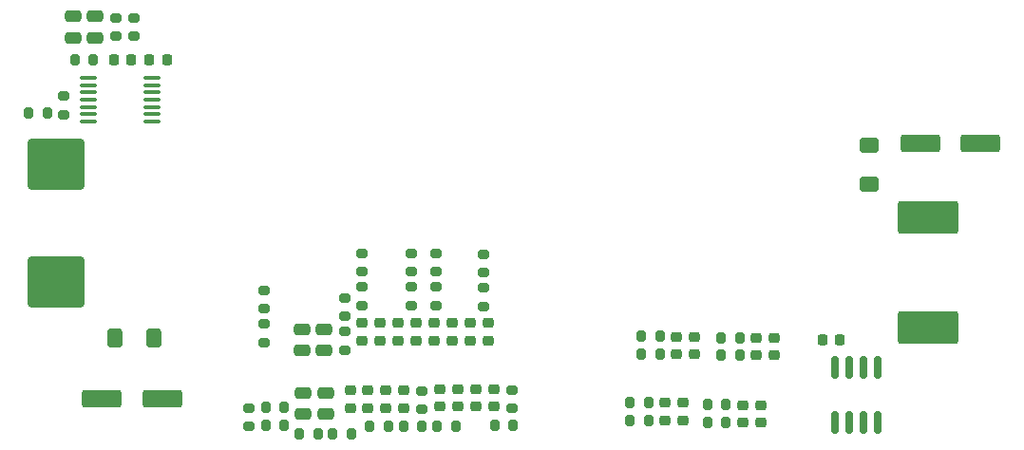
<source format=gbp>
G04 #@! TF.GenerationSoftware,KiCad,Pcbnew,7.0.9-69-ge1c0bddff3*
G04 #@! TF.CreationDate,2024-02-19T13:42:33+01:00*
G04 #@! TF.ProjectId,ASP_Backplane,4153505f-4261-4636-9b70-6c616e652e6b,B*
G04 #@! TF.SameCoordinates,Original*
G04 #@! TF.FileFunction,Paste,Bot*
G04 #@! TF.FilePolarity,Positive*
%FSLAX46Y46*%
G04 Gerber Fmt 4.6, Leading zero omitted, Abs format (unit mm)*
G04 Created by KiCad (PCBNEW 7.0.9-69-ge1c0bddff3) date 2024-02-19 13:42:33*
%MOMM*%
%LPD*%
G01*
G04 APERTURE LIST*
G04 Aperture macros list*
%AMRoundRect*
0 Rectangle with rounded corners*
0 $1 Rounding radius*
0 $2 $3 $4 $5 $6 $7 $8 $9 X,Y pos of 4 corners*
0 Add a 4 corners polygon primitive as box body*
4,1,4,$2,$3,$4,$5,$6,$7,$8,$9,$2,$3,0*
0 Add four circle primitives for the rounded corners*
1,1,$1+$1,$2,$3*
1,1,$1+$1,$4,$5*
1,1,$1+$1,$6,$7*
1,1,$1+$1,$8,$9*
0 Add four rect primitives between the rounded corners*
20,1,$1+$1,$2,$3,$4,$5,0*
20,1,$1+$1,$4,$5,$6,$7,0*
20,1,$1+$1,$6,$7,$8,$9,0*
20,1,$1+$1,$8,$9,$2,$3,0*%
G04 Aperture macros list end*
%ADD10RoundRect,0.250000X-0.475000X0.250000X-0.475000X-0.250000X0.475000X-0.250000X0.475000X0.250000X0*%
%ADD11RoundRect,0.250000X-1.500000X-0.550000X1.500000X-0.550000X1.500000X0.550000X-1.500000X0.550000X0*%
%ADD12RoundRect,0.225000X0.225000X0.250000X-0.225000X0.250000X-0.225000X-0.250000X0.225000X-0.250000X0*%
%ADD13RoundRect,0.150000X-0.150000X0.825000X-0.150000X-0.825000X0.150000X-0.825000X0.150000X0.825000X0*%
%ADD14RoundRect,0.200000X-0.200000X-0.275000X0.200000X-0.275000X0.200000X0.275000X-0.200000X0.275000X0*%
%ADD15RoundRect,0.225000X0.250000X-0.225000X0.250000X0.225000X-0.250000X0.225000X-0.250000X-0.225000X0*%
%ADD16RoundRect,0.200000X-0.275000X0.200000X-0.275000X-0.200000X0.275000X-0.200000X0.275000X0.200000X0*%
%ADD17RoundRect,0.225000X-0.250000X0.225000X-0.250000X-0.225000X0.250000X-0.225000X0.250000X0.225000X0*%
%ADD18RoundRect,0.250000X-0.400000X-0.600000X0.400000X-0.600000X0.400000X0.600000X-0.400000X0.600000X0*%
%ADD19RoundRect,0.200000X0.275000X-0.200000X0.275000X0.200000X-0.275000X0.200000X-0.275000X-0.200000X0*%
%ADD20RoundRect,0.200000X0.200000X0.275000X-0.200000X0.275000X-0.200000X-0.275000X0.200000X-0.275000X0*%
%ADD21RoundRect,0.250000X0.475000X-0.250000X0.475000X0.250000X-0.475000X0.250000X-0.475000X-0.250000X0*%
%ADD22RoundRect,0.100000X0.637500X0.100000X-0.637500X0.100000X-0.637500X-0.100000X0.637500X-0.100000X0*%
%ADD23RoundRect,0.250000X0.600000X-0.400000X0.600000X0.400000X-0.600000X0.400000X-0.600000X-0.400000X0*%
%ADD24RoundRect,0.250000X2.450000X-1.200000X2.450000X1.200000X-2.450000X1.200000X-2.450000X-1.200000X0*%
%ADD25RoundRect,0.250000X2.250000X-2.000000X2.250000X2.000000X-2.250000X2.000000X-2.250000X-2.000000X0*%
G04 APERTURE END LIST*
D10*
G04 #@! TO.C,C67*
X73900000Y-155450000D03*
X73900000Y-157350000D03*
G04 #@! TD*
D11*
G04 #@! TO.C,C3*
X129000000Y-138900000D03*
X134400000Y-138900000D03*
G04 #@! TD*
D12*
G04 #@! TO.C,C24*
X61875000Y-131400000D03*
X60325000Y-131400000D03*
G04 #@! TD*
D13*
G04 #@! TO.C,U2*
X121395000Y-163775000D03*
X122665000Y-163775000D03*
X123935000Y-163775000D03*
X125205000Y-163775000D03*
X125205000Y-158825000D03*
X123935000Y-158825000D03*
X122665000Y-158825000D03*
X121395000Y-158825000D03*
G04 #@! TD*
D14*
G04 #@! TO.C,R27*
X103175000Y-163600000D03*
X104825000Y-163600000D03*
G04 #@! TD*
D15*
G04 #@! TO.C,C43*
X91000000Y-162375000D03*
X91000000Y-160825000D03*
G04 #@! TD*
D16*
G04 #@! TO.C,R19*
X90100000Y-151775000D03*
X90100000Y-153425000D03*
G04 #@! TD*
D14*
G04 #@! TO.C,R16*
X110075000Y-162200000D03*
X111725000Y-162200000D03*
G04 #@! TD*
D17*
G04 #@! TO.C,C52*
X85700000Y-154925000D03*
X85700000Y-156475000D03*
G04 #@! TD*
D14*
G04 #@! TO.C,R17*
X103175000Y-161964166D03*
X104825000Y-161964166D03*
G04 #@! TD*
G04 #@! TO.C,R24*
X70675000Y-162400000D03*
X72325000Y-162400000D03*
G04 #@! TD*
D17*
G04 #@! TO.C,C62*
X87300000Y-154925000D03*
X87300000Y-156475000D03*
G04 #@! TD*
D18*
G04 #@! TO.C,D2*
X57250000Y-156200000D03*
X60750000Y-156200000D03*
G04 #@! TD*
D15*
G04 #@! TO.C,C35*
X79800000Y-162475000D03*
X79800000Y-160925000D03*
G04 #@! TD*
D14*
G04 #@! TO.C,R57*
X104175000Y-156100000D03*
X105825000Y-156100000D03*
G04 #@! TD*
D16*
G04 #@! TO.C,R63*
X70500000Y-151975000D03*
X70500000Y-153625000D03*
G04 #@! TD*
G04 #@! TO.C,R49*
X85900000Y-151675000D03*
X85900000Y-153325000D03*
G04 #@! TD*
G04 #@! TO.C,R55*
X52700000Y-134675000D03*
X52700000Y-136325000D03*
G04 #@! TD*
D15*
G04 #@! TO.C,C30*
X107900000Y-163575000D03*
X107900000Y-162025000D03*
G04 #@! TD*
D14*
G04 #@! TO.C,R46*
X111275000Y-157800000D03*
X112925000Y-157800000D03*
G04 #@! TD*
D19*
G04 #@! TO.C,R35*
X57300000Y-129325000D03*
X57300000Y-127675000D03*
G04 #@! TD*
D20*
G04 #@! TO.C,R62*
X84625000Y-164100000D03*
X82975000Y-164100000D03*
G04 #@! TD*
G04 #@! TO.C,R30*
X92725000Y-164000000D03*
X91075000Y-164000000D03*
G04 #@! TD*
D17*
G04 #@! TO.C,C42*
X90500000Y-154925000D03*
X90500000Y-156475000D03*
G04 #@! TD*
D20*
G04 #@! TO.C,R45*
X55325000Y-131400000D03*
X53675000Y-131400000D03*
G04 #@! TD*
G04 #@! TO.C,R32*
X78325000Y-164800000D03*
X76675000Y-164800000D03*
G04 #@! TD*
D19*
G04 #@! TO.C,R53*
X70500000Y-156625000D03*
X70500000Y-154975000D03*
G04 #@! TD*
D16*
G04 #@! TO.C,R20*
X92600000Y-160875000D03*
X92600000Y-162525000D03*
G04 #@! TD*
D14*
G04 #@! TO.C,R34*
X70675000Y-164000000D03*
X72325000Y-164000000D03*
G04 #@! TD*
D16*
G04 #@! TO.C,R31*
X83700000Y-148675000D03*
X83700000Y-150325000D03*
G04 #@! TD*
D21*
G04 #@! TO.C,C37*
X74000000Y-163050000D03*
X74000000Y-161150000D03*
G04 #@! TD*
D22*
G04 #@! TO.C,U4*
X60562500Y-133050000D03*
X60562500Y-133700000D03*
X60562500Y-134350000D03*
X60562500Y-135000000D03*
X60562500Y-135650000D03*
X60562500Y-136300000D03*
X60562500Y-136950000D03*
X54837500Y-136950000D03*
X54837500Y-136300000D03*
X54837500Y-135650000D03*
X54837500Y-135000000D03*
X54837500Y-134350000D03*
X54837500Y-133700000D03*
X54837500Y-133050000D03*
G04 #@! TD*
D17*
G04 #@! TO.C,C54*
X79300000Y-154925000D03*
X79300000Y-156475000D03*
G04 #@! TD*
D10*
G04 #@! TO.C,C48*
X53500000Y-127550000D03*
X53500000Y-129450000D03*
G04 #@! TD*
D14*
G04 #@! TO.C,R26*
X110075000Y-163800000D03*
X111725000Y-163800000D03*
G04 #@! TD*
D16*
G04 #@! TO.C,R64*
X77700000Y-152675000D03*
X77700000Y-154325000D03*
G04 #@! TD*
G04 #@! TO.C,R29*
X90100000Y-148775000D03*
X90100000Y-150425000D03*
G04 #@! TD*
D23*
G04 #@! TO.C,D3*
X124500000Y-142550000D03*
X124500000Y-139050000D03*
G04 #@! TD*
D12*
G04 #@! TO.C,C5*
X121875000Y-156400000D03*
X120325000Y-156400000D03*
G04 #@! TD*
G04 #@! TO.C,C25*
X58675000Y-131400000D03*
X57125000Y-131400000D03*
G04 #@! TD*
D16*
G04 #@! TO.C,R51*
X79300000Y-151675000D03*
X79300000Y-153325000D03*
G04 #@! TD*
D17*
G04 #@! TO.C,C50*
X107300000Y-156125000D03*
X107300000Y-157675000D03*
G04 #@! TD*
D10*
G04 #@! TO.C,C38*
X55500000Y-127550000D03*
X55500000Y-129450000D03*
G04 #@! TD*
D14*
G04 #@! TO.C,R47*
X104175000Y-157700000D03*
X105825000Y-157700000D03*
G04 #@! TD*
D15*
G04 #@! TO.C,C65*
X81400000Y-162475000D03*
X81400000Y-160925000D03*
G04 #@! TD*
D19*
G04 #@! TO.C,R25*
X58900000Y-129325000D03*
X58900000Y-127675000D03*
G04 #@! TD*
D14*
G04 #@! TO.C,R22*
X73675000Y-164800000D03*
X75325000Y-164800000D03*
G04 #@! TD*
D15*
G04 #@! TO.C,C33*
X89400000Y-162375000D03*
X89400000Y-160825000D03*
G04 #@! TD*
D21*
G04 #@! TO.C,C47*
X76000000Y-163050000D03*
X76000000Y-161150000D03*
G04 #@! TD*
D15*
G04 #@! TO.C,C39*
X113200000Y-163775000D03*
X113200000Y-162225000D03*
G04 #@! TD*
D14*
G04 #@! TO.C,R52*
X79975000Y-164100000D03*
X81625000Y-164100000D03*
G04 #@! TD*
D17*
G04 #@! TO.C,C59*
X116000000Y-156225000D03*
X116000000Y-157775000D03*
G04 #@! TD*
G04 #@! TO.C,C49*
X114400000Y-156225000D03*
X114400000Y-157775000D03*
G04 #@! TD*
D19*
G04 #@! TO.C,R54*
X77700000Y-157325000D03*
X77700000Y-155675000D03*
G04 #@! TD*
D17*
G04 #@! TO.C,C34*
X82500000Y-154925000D03*
X82500000Y-156475000D03*
G04 #@! TD*
G04 #@! TO.C,C32*
X88900000Y-154925000D03*
X88900000Y-156475000D03*
G04 #@! TD*
D15*
G04 #@! TO.C,C55*
X83000000Y-162475000D03*
X83000000Y-160925000D03*
G04 #@! TD*
D14*
G04 #@! TO.C,R56*
X111275000Y-156200000D03*
X112925000Y-156200000D03*
G04 #@! TD*
D17*
G04 #@! TO.C,C60*
X108900000Y-156125000D03*
X108900000Y-157675000D03*
G04 #@! TD*
D15*
G04 #@! TO.C,C40*
X106300000Y-163575000D03*
X106300000Y-162025000D03*
G04 #@! TD*
D17*
G04 #@! TO.C,C44*
X84100000Y-154925000D03*
X84100000Y-156475000D03*
G04 #@! TD*
D20*
G04 #@! TO.C,R50*
X87625000Y-164100000D03*
X85975000Y-164100000D03*
G04 #@! TD*
D14*
G04 #@! TO.C,R65*
X49575000Y-136200000D03*
X51225000Y-136200000D03*
G04 #@! TD*
D17*
G04 #@! TO.C,C64*
X80900000Y-154925000D03*
X80900000Y-156475000D03*
G04 #@! TD*
D10*
G04 #@! TO.C,C57*
X75900000Y-155450000D03*
X75900000Y-157350000D03*
G04 #@! TD*
D24*
G04 #@! TO.C,L1*
X129700000Y-145450000D03*
X129700000Y-155350000D03*
G04 #@! TD*
D25*
G04 #@! TO.C,L3*
X52000000Y-151250000D03*
X52000000Y-140750000D03*
G04 #@! TD*
D19*
G04 #@! TO.C,R60*
X84600000Y-162625000D03*
X84600000Y-160975000D03*
G04 #@! TD*
D15*
G04 #@! TO.C,C29*
X114800000Y-163775000D03*
X114800000Y-162225000D03*
G04 #@! TD*
D11*
G04 #@! TO.C,C1*
X56100000Y-161700000D03*
X61500000Y-161700000D03*
G04 #@! TD*
D16*
G04 #@! TO.C,R21*
X83700000Y-151675000D03*
X83700000Y-153325000D03*
G04 #@! TD*
G04 #@! TO.C,R59*
X85900000Y-148675000D03*
X85900000Y-150325000D03*
G04 #@! TD*
D15*
G04 #@! TO.C,C45*
X78200000Y-162475000D03*
X78200000Y-160925000D03*
G04 #@! TD*
D16*
G04 #@! TO.C,R61*
X79300000Y-148675000D03*
X79300000Y-150325000D03*
G04 #@! TD*
G04 #@! TO.C,R23*
X69200000Y-162475000D03*
X69200000Y-164125000D03*
G04 #@! TD*
D15*
G04 #@! TO.C,C53*
X86200000Y-162375000D03*
X86200000Y-160825000D03*
G04 #@! TD*
G04 #@! TO.C,C63*
X87800000Y-162375000D03*
X87800000Y-160825000D03*
G04 #@! TD*
M02*

</source>
